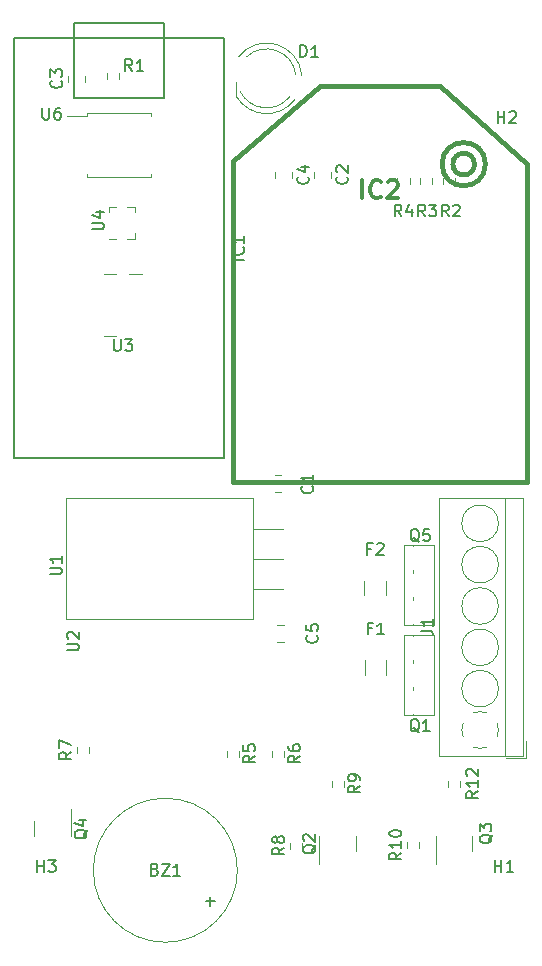
<source format=gto>
%TF.GenerationSoftware,KiCad,Pcbnew,(6.0.0-0)*%
%TF.CreationDate,2022-03-19T17:52:42-04:00*%
%TF.ProjectId,Bull Space_ Des by Sheenyl Hassan,42756c6c-2053-4706-9163-655f20446573,rev?*%
%TF.SameCoordinates,Original*%
%TF.FileFunction,Legend,Top*%
%TF.FilePolarity,Positive*%
%FSLAX46Y46*%
G04 Gerber Fmt 4.6, Leading zero omitted, Abs format (unit mm)*
G04 Created by KiCad (PCBNEW (6.0.0-0)) date 2022-03-19 17:52:42*
%MOMM*%
%LPD*%
G01*
G04 APERTURE LIST*
%ADD10C,0.150000*%
%ADD11C,0.304800*%
%ADD12C,0.120000*%
%ADD13C,0.381000*%
%ADD14C,0.100000*%
G04 APERTURE END LIST*
D10*
%TO.C,U3*%
X80738095Y-89652380D02*
X80738095Y-90461904D01*
X80785714Y-90557142D01*
X80833333Y-90604761D01*
X80928571Y-90652380D01*
X81119047Y-90652380D01*
X81214285Y-90604761D01*
X81261904Y-90557142D01*
X81309523Y-90461904D01*
X81309523Y-89652380D01*
X81690476Y-89652380D02*
X82309523Y-89652380D01*
X81976190Y-90033333D01*
X82119047Y-90033333D01*
X82214285Y-90080952D01*
X82261904Y-90128571D01*
X82309523Y-90223809D01*
X82309523Y-90461904D01*
X82261904Y-90557142D01*
X82214285Y-90604761D01*
X82119047Y-90652380D01*
X81833333Y-90652380D01*
X81738095Y-90604761D01*
X81690476Y-90557142D01*
%TO.C,U6*%
X74698095Y-70062380D02*
X74698095Y-70871904D01*
X74745714Y-70967142D01*
X74793333Y-71014761D01*
X74888571Y-71062380D01*
X75079047Y-71062380D01*
X75174285Y-71014761D01*
X75221904Y-70967142D01*
X75269523Y-70871904D01*
X75269523Y-70062380D01*
X76174285Y-70062380D02*
X75983809Y-70062380D01*
X75888571Y-70110000D01*
X75840952Y-70157619D01*
X75745714Y-70300476D01*
X75698095Y-70490952D01*
X75698095Y-70871904D01*
X75745714Y-70967142D01*
X75793333Y-71014761D01*
X75888571Y-71062380D01*
X76079047Y-71062380D01*
X76174285Y-71014761D01*
X76221904Y-70967142D01*
X76269523Y-70871904D01*
X76269523Y-70633809D01*
X76221904Y-70538571D01*
X76174285Y-70490952D01*
X76079047Y-70443333D01*
X75888571Y-70443333D01*
X75793333Y-70490952D01*
X75745714Y-70538571D01*
X75698095Y-70633809D01*
%TO.C,C1*%
X97517142Y-102086666D02*
X97564761Y-102134285D01*
X97612380Y-102277142D01*
X97612380Y-102372380D01*
X97564761Y-102515238D01*
X97469523Y-102610476D01*
X97374285Y-102658095D01*
X97183809Y-102705714D01*
X97040952Y-102705714D01*
X96850476Y-102658095D01*
X96755238Y-102610476D01*
X96660000Y-102515238D01*
X96612380Y-102372380D01*
X96612380Y-102277142D01*
X96660000Y-102134285D01*
X96707619Y-102086666D01*
X97612380Y-101134285D02*
X97612380Y-101705714D01*
X97612380Y-101420000D02*
X96612380Y-101420000D01*
X96755238Y-101515238D01*
X96850476Y-101610476D01*
X96898095Y-101705714D01*
%TO.C,C5*%
X97919642Y-114746666D02*
X97967261Y-114794285D01*
X98014880Y-114937142D01*
X98014880Y-115032380D01*
X97967261Y-115175238D01*
X97872023Y-115270476D01*
X97776785Y-115318095D01*
X97586309Y-115365714D01*
X97443452Y-115365714D01*
X97252976Y-115318095D01*
X97157738Y-115270476D01*
X97062500Y-115175238D01*
X97014880Y-115032380D01*
X97014880Y-114937142D01*
X97062500Y-114794285D01*
X97110119Y-114746666D01*
X97014880Y-113841904D02*
X97014880Y-114318095D01*
X97491071Y-114365714D01*
X97443452Y-114318095D01*
X97395833Y-114222857D01*
X97395833Y-113984761D01*
X97443452Y-113889523D01*
X97491071Y-113841904D01*
X97586309Y-113794285D01*
X97824404Y-113794285D01*
X97919642Y-113841904D01*
X97967261Y-113889523D01*
X98014880Y-113984761D01*
X98014880Y-114222857D01*
X97967261Y-114318095D01*
X97919642Y-114365714D01*
%TO.C,U1*%
X75312380Y-109571904D02*
X76121904Y-109571904D01*
X76217142Y-109524285D01*
X76264761Y-109476666D01*
X76312380Y-109381428D01*
X76312380Y-109190952D01*
X76264761Y-109095714D01*
X76217142Y-109048095D01*
X76121904Y-109000476D01*
X75312380Y-109000476D01*
X76312380Y-108000476D02*
X76312380Y-108571904D01*
X76312380Y-108286190D02*
X75312380Y-108286190D01*
X75455238Y-108381428D01*
X75550476Y-108476666D01*
X75598095Y-108571904D01*
%TO.C,R1*%
X82293333Y-66962380D02*
X81960000Y-66486190D01*
X81721904Y-66962380D02*
X81721904Y-65962380D01*
X82102857Y-65962380D01*
X82198095Y-66010000D01*
X82245714Y-66057619D01*
X82293333Y-66152857D01*
X82293333Y-66295714D01*
X82245714Y-66390952D01*
X82198095Y-66438571D01*
X82102857Y-66486190D01*
X81721904Y-66486190D01*
X83245714Y-66962380D02*
X82674285Y-66962380D01*
X82960000Y-66962380D02*
X82960000Y-65962380D01*
X82864761Y-66105238D01*
X82769523Y-66200476D01*
X82674285Y-66248095D01*
D11*
%TO.C,IC2*%
X101762285Y-77729428D02*
X101762285Y-76205428D01*
X103358857Y-77584285D02*
X103286285Y-77656857D01*
X103068571Y-77729428D01*
X102923428Y-77729428D01*
X102705714Y-77656857D01*
X102560571Y-77511714D01*
X102488000Y-77366571D01*
X102415428Y-77076285D01*
X102415428Y-76858571D01*
X102488000Y-76568285D01*
X102560571Y-76423142D01*
X102705714Y-76278000D01*
X102923428Y-76205428D01*
X103068571Y-76205428D01*
X103286285Y-76278000D01*
X103358857Y-76350571D01*
X103939428Y-76350571D02*
X104012000Y-76278000D01*
X104157142Y-76205428D01*
X104520000Y-76205428D01*
X104665142Y-76278000D01*
X104737714Y-76350571D01*
X104810285Y-76495714D01*
X104810285Y-76640857D01*
X104737714Y-76858571D01*
X103866857Y-77729428D01*
X104810285Y-77729428D01*
D10*
%TO.C,U4*%
X78912380Y-80371904D02*
X79721904Y-80371904D01*
X79817142Y-80324285D01*
X79864761Y-80276666D01*
X79912380Y-80181428D01*
X79912380Y-79990952D01*
X79864761Y-79895714D01*
X79817142Y-79848095D01*
X79721904Y-79800476D01*
X78912380Y-79800476D01*
X79245714Y-78895714D02*
X79912380Y-78895714D01*
X78864761Y-79133809D02*
X79579047Y-79371904D01*
X79579047Y-78752857D01*
%TO.C,H2*%
X113238095Y-71364380D02*
X113238095Y-70364380D01*
X113238095Y-70840571D02*
X113809523Y-70840571D01*
X113809523Y-71364380D02*
X113809523Y-70364380D01*
X114238095Y-70459619D02*
X114285714Y-70412000D01*
X114380952Y-70364380D01*
X114619047Y-70364380D01*
X114714285Y-70412000D01*
X114761904Y-70459619D01*
X114809523Y-70554857D01*
X114809523Y-70650095D01*
X114761904Y-70792952D01*
X114190476Y-71364380D01*
X114809523Y-71364380D01*
%TO.C,IC1*%
X91772380Y-82936190D02*
X90772380Y-82936190D01*
X91677142Y-81888571D02*
X91724761Y-81936190D01*
X91772380Y-82079047D01*
X91772380Y-82174285D01*
X91724761Y-82317142D01*
X91629523Y-82412380D01*
X91534285Y-82460000D01*
X91343809Y-82507619D01*
X91200952Y-82507619D01*
X91010476Y-82460000D01*
X90915238Y-82412380D01*
X90820000Y-82317142D01*
X90772380Y-82174285D01*
X90772380Y-82079047D01*
X90820000Y-81936190D01*
X90867619Y-81888571D01*
X91772380Y-80936190D02*
X91772380Y-81507619D01*
X91772380Y-81221904D02*
X90772380Y-81221904D01*
X90915238Y-81317142D01*
X91010476Y-81412380D01*
X91058095Y-81507619D01*
%TO.C,R4*%
X105093333Y-79262380D02*
X104760000Y-78786190D01*
X104521904Y-79262380D02*
X104521904Y-78262380D01*
X104902857Y-78262380D01*
X104998095Y-78310000D01*
X105045714Y-78357619D01*
X105093333Y-78452857D01*
X105093333Y-78595714D01*
X105045714Y-78690952D01*
X104998095Y-78738571D01*
X104902857Y-78786190D01*
X104521904Y-78786190D01*
X105950476Y-78595714D02*
X105950476Y-79262380D01*
X105712380Y-78214761D02*
X105474285Y-78929047D01*
X106093333Y-78929047D01*
%TO.C,U2*%
X76782380Y-116011904D02*
X77591904Y-116011904D01*
X77687142Y-115964285D01*
X77734761Y-115916666D01*
X77782380Y-115821428D01*
X77782380Y-115630952D01*
X77734761Y-115535714D01*
X77687142Y-115488095D01*
X77591904Y-115440476D01*
X76782380Y-115440476D01*
X76877619Y-115011904D02*
X76830000Y-114964285D01*
X76782380Y-114869047D01*
X76782380Y-114630952D01*
X76830000Y-114535714D01*
X76877619Y-114488095D01*
X76972857Y-114440476D01*
X77068095Y-114440476D01*
X77210952Y-114488095D01*
X77782380Y-115059523D01*
X77782380Y-114440476D01*
%TO.C,R6*%
X96502380Y-124926666D02*
X96026190Y-125260000D01*
X96502380Y-125498095D02*
X95502380Y-125498095D01*
X95502380Y-125117142D01*
X95550000Y-125021904D01*
X95597619Y-124974285D01*
X95692857Y-124926666D01*
X95835714Y-124926666D01*
X95930952Y-124974285D01*
X95978571Y-125021904D01*
X96026190Y-125117142D01*
X96026190Y-125498095D01*
X95502380Y-124069523D02*
X95502380Y-124260000D01*
X95550000Y-124355238D01*
X95597619Y-124402857D01*
X95740476Y-124498095D01*
X95930952Y-124545714D01*
X96311904Y-124545714D01*
X96407142Y-124498095D01*
X96454761Y-124450476D01*
X96502380Y-124355238D01*
X96502380Y-124164761D01*
X96454761Y-124069523D01*
X96407142Y-124021904D01*
X96311904Y-123974285D01*
X96073809Y-123974285D01*
X95978571Y-124021904D01*
X95930952Y-124069523D01*
X95883333Y-124164761D01*
X95883333Y-124355238D01*
X95930952Y-124450476D01*
X95978571Y-124498095D01*
X96073809Y-124545714D01*
%TO.C,C2*%
X100467142Y-75904666D02*
X100514761Y-75952285D01*
X100562380Y-76095142D01*
X100562380Y-76190380D01*
X100514761Y-76333238D01*
X100419523Y-76428476D01*
X100324285Y-76476095D01*
X100133809Y-76523714D01*
X99990952Y-76523714D01*
X99800476Y-76476095D01*
X99705238Y-76428476D01*
X99610000Y-76333238D01*
X99562380Y-76190380D01*
X99562380Y-76095142D01*
X99610000Y-75952285D01*
X99657619Y-75904666D01*
X99657619Y-75523714D02*
X99610000Y-75476095D01*
X99562380Y-75380857D01*
X99562380Y-75142761D01*
X99610000Y-75047523D01*
X99657619Y-74999904D01*
X99752857Y-74952285D01*
X99848095Y-74952285D01*
X99990952Y-74999904D01*
X100562380Y-75571333D01*
X100562380Y-74952285D01*
%TO.C,F1*%
X102576666Y-114126071D02*
X102243333Y-114126071D01*
X102243333Y-114649880D02*
X102243333Y-113649880D01*
X102719523Y-113649880D01*
X103624285Y-114649880D02*
X103052857Y-114649880D01*
X103338571Y-114649880D02*
X103338571Y-113649880D01*
X103243333Y-113792738D01*
X103148095Y-113887976D01*
X103052857Y-113935595D01*
%TO.C,C4*%
X97165142Y-75904666D02*
X97212761Y-75952285D01*
X97260380Y-76095142D01*
X97260380Y-76190380D01*
X97212761Y-76333238D01*
X97117523Y-76428476D01*
X97022285Y-76476095D01*
X96831809Y-76523714D01*
X96688952Y-76523714D01*
X96498476Y-76476095D01*
X96403238Y-76428476D01*
X96308000Y-76333238D01*
X96260380Y-76190380D01*
X96260380Y-76095142D01*
X96308000Y-75952285D01*
X96355619Y-75904666D01*
X96593714Y-75047523D02*
X97260380Y-75047523D01*
X96212761Y-75285619D02*
X96927047Y-75523714D01*
X96927047Y-74904666D01*
%TO.C,Q1*%
X106584761Y-122947619D02*
X106489523Y-122900000D01*
X106394285Y-122804761D01*
X106251428Y-122661904D01*
X106156190Y-122614285D01*
X106060952Y-122614285D01*
X106108571Y-122852380D02*
X106013333Y-122804761D01*
X105918095Y-122709523D01*
X105870476Y-122519047D01*
X105870476Y-122185714D01*
X105918095Y-121995238D01*
X106013333Y-121900000D01*
X106108571Y-121852380D01*
X106299047Y-121852380D01*
X106394285Y-121900000D01*
X106489523Y-121995238D01*
X106537142Y-122185714D01*
X106537142Y-122519047D01*
X106489523Y-122709523D01*
X106394285Y-122804761D01*
X106299047Y-122852380D01*
X106108571Y-122852380D01*
X107489523Y-122852380D02*
X106918095Y-122852380D01*
X107203809Y-122852380D02*
X107203809Y-121852380D01*
X107108571Y-121995238D01*
X107013333Y-122090476D01*
X106918095Y-122138095D01*
%TO.C,Q4*%
X78517619Y-131205238D02*
X78470000Y-131300476D01*
X78374761Y-131395714D01*
X78231904Y-131538571D01*
X78184285Y-131633809D01*
X78184285Y-131729047D01*
X78422380Y-131681428D02*
X78374761Y-131776666D01*
X78279523Y-131871904D01*
X78089047Y-131919523D01*
X77755714Y-131919523D01*
X77565238Y-131871904D01*
X77470000Y-131776666D01*
X77422380Y-131681428D01*
X77422380Y-131490952D01*
X77470000Y-131395714D01*
X77565238Y-131300476D01*
X77755714Y-131252857D01*
X78089047Y-131252857D01*
X78279523Y-131300476D01*
X78374761Y-131395714D01*
X78422380Y-131490952D01*
X78422380Y-131681428D01*
X77755714Y-130395714D02*
X78422380Y-130395714D01*
X77374761Y-130633809D02*
X78089047Y-130871904D01*
X78089047Y-130252857D01*
%TO.C,Q5*%
X106584761Y-106827619D02*
X106489523Y-106780000D01*
X106394285Y-106684761D01*
X106251428Y-106541904D01*
X106156190Y-106494285D01*
X106060952Y-106494285D01*
X106108571Y-106732380D02*
X106013333Y-106684761D01*
X105918095Y-106589523D01*
X105870476Y-106399047D01*
X105870476Y-106065714D01*
X105918095Y-105875238D01*
X106013333Y-105780000D01*
X106108571Y-105732380D01*
X106299047Y-105732380D01*
X106394285Y-105780000D01*
X106489523Y-105875238D01*
X106537142Y-106065714D01*
X106537142Y-106399047D01*
X106489523Y-106589523D01*
X106394285Y-106684761D01*
X106299047Y-106732380D01*
X106108571Y-106732380D01*
X107441904Y-105732380D02*
X106965714Y-105732380D01*
X106918095Y-106208571D01*
X106965714Y-106160952D01*
X107060952Y-106113333D01*
X107299047Y-106113333D01*
X107394285Y-106160952D01*
X107441904Y-106208571D01*
X107489523Y-106303809D01*
X107489523Y-106541904D01*
X107441904Y-106637142D01*
X107394285Y-106684761D01*
X107299047Y-106732380D01*
X107060952Y-106732380D01*
X106965714Y-106684761D01*
X106918095Y-106637142D01*
%TO.C,H3*%
X74238095Y-134752380D02*
X74238095Y-133752380D01*
X74238095Y-134228571D02*
X74809523Y-134228571D01*
X74809523Y-134752380D02*
X74809523Y-133752380D01*
X75190476Y-133752380D02*
X75809523Y-133752380D01*
X75476190Y-134133333D01*
X75619047Y-134133333D01*
X75714285Y-134180952D01*
X75761904Y-134228571D01*
X75809523Y-134323809D01*
X75809523Y-134561904D01*
X75761904Y-134657142D01*
X75714285Y-134704761D01*
X75619047Y-134752380D01*
X75333333Y-134752380D01*
X75238095Y-134704761D01*
X75190476Y-134657142D01*
%TO.C,C3*%
X76279142Y-67776666D02*
X76326761Y-67824285D01*
X76374380Y-67967142D01*
X76374380Y-68062380D01*
X76326761Y-68205238D01*
X76231523Y-68300476D01*
X76136285Y-68348095D01*
X75945809Y-68395714D01*
X75802952Y-68395714D01*
X75612476Y-68348095D01*
X75517238Y-68300476D01*
X75422000Y-68205238D01*
X75374380Y-68062380D01*
X75374380Y-67967142D01*
X75422000Y-67824285D01*
X75469619Y-67776666D01*
X75374380Y-67443333D02*
X75374380Y-66824285D01*
X75755333Y-67157619D01*
X75755333Y-67014761D01*
X75802952Y-66919523D01*
X75850571Y-66871904D01*
X75945809Y-66824285D01*
X76183904Y-66824285D01*
X76279142Y-66871904D01*
X76326761Y-66919523D01*
X76374380Y-67014761D01*
X76374380Y-67300476D01*
X76326761Y-67395714D01*
X76279142Y-67443333D01*
%TO.C,R5*%
X92692380Y-124926666D02*
X92216190Y-125260000D01*
X92692380Y-125498095D02*
X91692380Y-125498095D01*
X91692380Y-125117142D01*
X91740000Y-125021904D01*
X91787619Y-124974285D01*
X91882857Y-124926666D01*
X92025714Y-124926666D01*
X92120952Y-124974285D01*
X92168571Y-125021904D01*
X92216190Y-125117142D01*
X92216190Y-125498095D01*
X91692380Y-124021904D02*
X91692380Y-124498095D01*
X92168571Y-124545714D01*
X92120952Y-124498095D01*
X92073333Y-124402857D01*
X92073333Y-124164761D01*
X92120952Y-124069523D01*
X92168571Y-124021904D01*
X92263809Y-123974285D01*
X92501904Y-123974285D01*
X92597142Y-124021904D01*
X92644761Y-124069523D01*
X92692380Y-124164761D01*
X92692380Y-124402857D01*
X92644761Y-124498095D01*
X92597142Y-124545714D01*
%TO.C,J1*%
X106742380Y-114333333D02*
X107456666Y-114333333D01*
X107599523Y-114380952D01*
X107694761Y-114476190D01*
X107742380Y-114619047D01*
X107742380Y-114714285D01*
X107742380Y-113333333D02*
X107742380Y-113904761D01*
X107742380Y-113619047D02*
X106742380Y-113619047D01*
X106885238Y-113714285D01*
X106980476Y-113809523D01*
X107028095Y-113904761D01*
%TO.C,BZ1*%
X84219047Y-134548571D02*
X84361904Y-134596190D01*
X84409523Y-134643809D01*
X84457142Y-134739047D01*
X84457142Y-134881904D01*
X84409523Y-134977142D01*
X84361904Y-135024761D01*
X84266666Y-135072380D01*
X83885714Y-135072380D01*
X83885714Y-134072380D01*
X84219047Y-134072380D01*
X84314285Y-134120000D01*
X84361904Y-134167619D01*
X84409523Y-134262857D01*
X84409523Y-134358095D01*
X84361904Y-134453333D01*
X84314285Y-134500952D01*
X84219047Y-134548571D01*
X83885714Y-134548571D01*
X84790476Y-134072380D02*
X85457142Y-134072380D01*
X84790476Y-135072380D01*
X85457142Y-135072380D01*
X86361904Y-135072380D02*
X85790476Y-135072380D01*
X86076190Y-135072380D02*
X86076190Y-134072380D01*
X85980952Y-134215238D01*
X85885714Y-134310476D01*
X85790476Y-134358095D01*
X88529047Y-137231428D02*
X89290952Y-137231428D01*
X88910000Y-137612380D02*
X88910000Y-136850476D01*
%TO.C,R12*%
X111582380Y-127942857D02*
X111106190Y-128276190D01*
X111582380Y-128514285D02*
X110582380Y-128514285D01*
X110582380Y-128133333D01*
X110630000Y-128038095D01*
X110677619Y-127990476D01*
X110772857Y-127942857D01*
X110915714Y-127942857D01*
X111010952Y-127990476D01*
X111058571Y-128038095D01*
X111106190Y-128133333D01*
X111106190Y-128514285D01*
X111582380Y-126990476D02*
X111582380Y-127561904D01*
X111582380Y-127276190D02*
X110582380Y-127276190D01*
X110725238Y-127371428D01*
X110820476Y-127466666D01*
X110868095Y-127561904D01*
X110677619Y-126609523D02*
X110630000Y-126561904D01*
X110582380Y-126466666D01*
X110582380Y-126228571D01*
X110630000Y-126133333D01*
X110677619Y-126085714D01*
X110772857Y-126038095D01*
X110868095Y-126038095D01*
X111010952Y-126085714D01*
X111582380Y-126657142D01*
X111582380Y-126038095D01*
%TO.C,R7*%
X77132380Y-124626666D02*
X76656190Y-124960000D01*
X77132380Y-125198095D02*
X76132380Y-125198095D01*
X76132380Y-124817142D01*
X76180000Y-124721904D01*
X76227619Y-124674285D01*
X76322857Y-124626666D01*
X76465714Y-124626666D01*
X76560952Y-124674285D01*
X76608571Y-124721904D01*
X76656190Y-124817142D01*
X76656190Y-125198095D01*
X76132380Y-124293333D02*
X76132380Y-123626666D01*
X77132380Y-124055238D01*
%TO.C,Q3*%
X112807619Y-131605238D02*
X112760000Y-131700476D01*
X112664761Y-131795714D01*
X112521904Y-131938571D01*
X112474285Y-132033809D01*
X112474285Y-132129047D01*
X112712380Y-132081428D02*
X112664761Y-132176666D01*
X112569523Y-132271904D01*
X112379047Y-132319523D01*
X112045714Y-132319523D01*
X111855238Y-132271904D01*
X111760000Y-132176666D01*
X111712380Y-132081428D01*
X111712380Y-131890952D01*
X111760000Y-131795714D01*
X111855238Y-131700476D01*
X112045714Y-131652857D01*
X112379047Y-131652857D01*
X112569523Y-131700476D01*
X112664761Y-131795714D01*
X112712380Y-131890952D01*
X112712380Y-132081428D01*
X111712380Y-131319523D02*
X111712380Y-130700476D01*
X112093333Y-131033809D01*
X112093333Y-130890952D01*
X112140952Y-130795714D01*
X112188571Y-130748095D01*
X112283809Y-130700476D01*
X112521904Y-130700476D01*
X112617142Y-130748095D01*
X112664761Y-130795714D01*
X112712380Y-130890952D01*
X112712380Y-131176666D01*
X112664761Y-131271904D01*
X112617142Y-131319523D01*
%TO.C,R8*%
X95166380Y-132697166D02*
X94690190Y-133030500D01*
X95166380Y-133268595D02*
X94166380Y-133268595D01*
X94166380Y-132887642D01*
X94214000Y-132792404D01*
X94261619Y-132744785D01*
X94356857Y-132697166D01*
X94499714Y-132697166D01*
X94594952Y-132744785D01*
X94642571Y-132792404D01*
X94690190Y-132887642D01*
X94690190Y-133268595D01*
X94594952Y-132125738D02*
X94547333Y-132220976D01*
X94499714Y-132268595D01*
X94404476Y-132316214D01*
X94356857Y-132316214D01*
X94261619Y-132268595D01*
X94214000Y-132220976D01*
X94166380Y-132125738D01*
X94166380Y-131935261D01*
X94214000Y-131840023D01*
X94261619Y-131792404D01*
X94356857Y-131744785D01*
X94404476Y-131744785D01*
X94499714Y-131792404D01*
X94547333Y-131840023D01*
X94594952Y-131935261D01*
X94594952Y-132125738D01*
X94642571Y-132220976D01*
X94690190Y-132268595D01*
X94785428Y-132316214D01*
X94975904Y-132316214D01*
X95071142Y-132268595D01*
X95118761Y-132220976D01*
X95166380Y-132125738D01*
X95166380Y-131935261D01*
X95118761Y-131840023D01*
X95071142Y-131792404D01*
X94975904Y-131744785D01*
X94785428Y-131744785D01*
X94690190Y-131792404D01*
X94642571Y-131840023D01*
X94594952Y-131935261D01*
%TO.C,R2*%
X109093333Y-79262380D02*
X108760000Y-78786190D01*
X108521904Y-79262380D02*
X108521904Y-78262380D01*
X108902857Y-78262380D01*
X108998095Y-78310000D01*
X109045714Y-78357619D01*
X109093333Y-78452857D01*
X109093333Y-78595714D01*
X109045714Y-78690952D01*
X108998095Y-78738571D01*
X108902857Y-78786190D01*
X108521904Y-78786190D01*
X109474285Y-78357619D02*
X109521904Y-78310000D01*
X109617142Y-78262380D01*
X109855238Y-78262380D01*
X109950476Y-78310000D01*
X109998095Y-78357619D01*
X110045714Y-78452857D01*
X110045714Y-78548095D01*
X109998095Y-78690952D01*
X109426666Y-79262380D01*
X110045714Y-79262380D01*
%TO.C,D1*%
X96521904Y-65762380D02*
X96521904Y-64762380D01*
X96760000Y-64762380D01*
X96902857Y-64810000D01*
X96998095Y-64905238D01*
X97045714Y-65000476D01*
X97093333Y-65190952D01*
X97093333Y-65333809D01*
X97045714Y-65524285D01*
X96998095Y-65619523D01*
X96902857Y-65714761D01*
X96760000Y-65762380D01*
X96521904Y-65762380D01*
X98045714Y-65762380D02*
X97474285Y-65762380D01*
X97760000Y-65762380D02*
X97760000Y-64762380D01*
X97664761Y-64905238D01*
X97569523Y-65000476D01*
X97474285Y-65048095D01*
%TO.C,R10*%
X105072380Y-133126357D02*
X104596190Y-133459690D01*
X105072380Y-133697785D02*
X104072380Y-133697785D01*
X104072380Y-133316833D01*
X104120000Y-133221595D01*
X104167619Y-133173976D01*
X104262857Y-133126357D01*
X104405714Y-133126357D01*
X104500952Y-133173976D01*
X104548571Y-133221595D01*
X104596190Y-133316833D01*
X104596190Y-133697785D01*
X105072380Y-132173976D02*
X105072380Y-132745404D01*
X105072380Y-132459690D02*
X104072380Y-132459690D01*
X104215238Y-132554928D01*
X104310476Y-132650166D01*
X104358095Y-132745404D01*
X104072380Y-131554928D02*
X104072380Y-131459690D01*
X104120000Y-131364452D01*
X104167619Y-131316833D01*
X104262857Y-131269214D01*
X104453333Y-131221595D01*
X104691428Y-131221595D01*
X104881904Y-131269214D01*
X104977142Y-131316833D01*
X105024761Y-131364452D01*
X105072380Y-131459690D01*
X105072380Y-131554928D01*
X105024761Y-131650166D01*
X104977142Y-131697785D01*
X104881904Y-131745404D01*
X104691428Y-131793023D01*
X104453333Y-131793023D01*
X104262857Y-131745404D01*
X104167619Y-131697785D01*
X104120000Y-131650166D01*
X104072380Y-131554928D01*
%TO.C,Q2*%
X97847619Y-132475238D02*
X97800000Y-132570476D01*
X97704761Y-132665714D01*
X97561904Y-132808571D01*
X97514285Y-132903809D01*
X97514285Y-132999047D01*
X97752380Y-132951428D02*
X97704761Y-133046666D01*
X97609523Y-133141904D01*
X97419047Y-133189523D01*
X97085714Y-133189523D01*
X96895238Y-133141904D01*
X96800000Y-133046666D01*
X96752380Y-132951428D01*
X96752380Y-132760952D01*
X96800000Y-132665714D01*
X96895238Y-132570476D01*
X97085714Y-132522857D01*
X97419047Y-132522857D01*
X97609523Y-132570476D01*
X97704761Y-132665714D01*
X97752380Y-132760952D01*
X97752380Y-132951428D01*
X96847619Y-132141904D02*
X96800000Y-132094285D01*
X96752380Y-131999047D01*
X96752380Y-131760952D01*
X96800000Y-131665714D01*
X96847619Y-131618095D01*
X96942857Y-131570476D01*
X97038095Y-131570476D01*
X97180952Y-131618095D01*
X97752380Y-132189523D01*
X97752380Y-131570476D01*
%TO.C,R9*%
X101582380Y-127466666D02*
X101106190Y-127800000D01*
X101582380Y-128038095D02*
X100582380Y-128038095D01*
X100582380Y-127657142D01*
X100630000Y-127561904D01*
X100677619Y-127514285D01*
X100772857Y-127466666D01*
X100915714Y-127466666D01*
X101010952Y-127514285D01*
X101058571Y-127561904D01*
X101106190Y-127657142D01*
X101106190Y-128038095D01*
X101582380Y-126990476D02*
X101582380Y-126800000D01*
X101534761Y-126704761D01*
X101487142Y-126657142D01*
X101344285Y-126561904D01*
X101153809Y-126514285D01*
X100772857Y-126514285D01*
X100677619Y-126561904D01*
X100630000Y-126609523D01*
X100582380Y-126704761D01*
X100582380Y-126895238D01*
X100630000Y-126990476D01*
X100677619Y-127038095D01*
X100772857Y-127085714D01*
X101010952Y-127085714D01*
X101106190Y-127038095D01*
X101153809Y-126990476D01*
X101201428Y-126895238D01*
X101201428Y-126704761D01*
X101153809Y-126609523D01*
X101106190Y-126561904D01*
X101010952Y-126514285D01*
%TO.C,R3*%
X107093333Y-79262380D02*
X106760000Y-78786190D01*
X106521904Y-79262380D02*
X106521904Y-78262380D01*
X106902857Y-78262380D01*
X106998095Y-78310000D01*
X107045714Y-78357619D01*
X107093333Y-78452857D01*
X107093333Y-78595714D01*
X107045714Y-78690952D01*
X106998095Y-78738571D01*
X106902857Y-78786190D01*
X106521904Y-78786190D01*
X107426666Y-78262380D02*
X108045714Y-78262380D01*
X107712380Y-78643333D01*
X107855238Y-78643333D01*
X107950476Y-78690952D01*
X107998095Y-78738571D01*
X108045714Y-78833809D01*
X108045714Y-79071904D01*
X107998095Y-79167142D01*
X107950476Y-79214761D01*
X107855238Y-79262380D01*
X107569523Y-79262380D01*
X107474285Y-79214761D01*
X107426666Y-79167142D01*
%TO.C,H1*%
X112988095Y-134752380D02*
X112988095Y-133752380D01*
X112988095Y-134228571D02*
X113559523Y-134228571D01*
X113559523Y-134752380D02*
X113559523Y-133752380D01*
X114559523Y-134752380D02*
X113988095Y-134752380D01*
X114273809Y-134752380D02*
X114273809Y-133752380D01*
X114178571Y-133895238D01*
X114083333Y-133990476D01*
X113988095Y-134038095D01*
%TO.C,F2*%
X102536666Y-107388571D02*
X102203333Y-107388571D01*
X102203333Y-107912380D02*
X102203333Y-106912380D01*
X102679523Y-106912380D01*
X103012857Y-107007619D02*
X103060476Y-106960000D01*
X103155714Y-106912380D01*
X103393809Y-106912380D01*
X103489047Y-106960000D01*
X103536666Y-107007619D01*
X103584285Y-107102857D01*
X103584285Y-107198095D01*
X103536666Y-107340952D01*
X102965238Y-107912380D01*
X103584285Y-107912380D01*
D12*
%TO.C,U3*%
X80940000Y-84140000D02*
X79890000Y-84140000D01*
X82060000Y-84140000D02*
X83110000Y-84140000D01*
X80940000Y-89360000D02*
X79890000Y-89360000D01*
%TO.C,U6*%
X83883000Y-75923000D02*
X83883000Y-75663000D01*
X81158000Y-70473000D02*
X83883000Y-70473000D01*
X81158000Y-70473000D02*
X78433000Y-70473000D01*
X83883000Y-70473000D02*
X83883000Y-70733000D01*
X78433000Y-70473000D02*
X78433000Y-70733000D01*
X78433000Y-75923000D02*
X78433000Y-75663000D01*
X78433000Y-70733000D02*
X76758000Y-70733000D01*
X81158000Y-75923000D02*
X83883000Y-75923000D01*
X81158000Y-75923000D02*
X78433000Y-75923000D01*
%TO.C,C1*%
X94881252Y-101165000D02*
X94358748Y-101165000D01*
X94881252Y-102635000D02*
X94358748Y-102635000D01*
%TO.C,C5*%
X95113752Y-113865000D02*
X94591248Y-113865000D01*
X95113752Y-115335000D02*
X94591248Y-115335000D01*
%TO.C,U1*%
X92540000Y-108250000D02*
X95080000Y-108250000D01*
X92540000Y-110790000D02*
X95080000Y-110790000D01*
X92540000Y-113370000D02*
X92540000Y-103130000D01*
X76650000Y-113370000D02*
X92540000Y-113370000D01*
X92540000Y-105710000D02*
X95080000Y-105710000D01*
X76650000Y-103130000D02*
X92540000Y-103130000D01*
X76650000Y-113370000D02*
X76650000Y-103130000D01*
%TO.C,R1*%
X80127500Y-67101276D02*
X80127500Y-67610724D01*
X81172500Y-67101276D02*
X81172500Y-67610724D01*
D13*
%TO.C,IC2*%
X93090000Y-101764000D02*
X90804000Y-101764000D01*
X115696000Y-98970000D02*
X115696000Y-100748000D01*
X115696000Y-74840000D02*
X115696000Y-98970000D01*
X115696000Y-100748000D02*
X115696000Y-101764000D01*
X93090000Y-101764000D02*
X114680000Y-101764000D01*
X114680000Y-101764000D02*
X115696000Y-101764000D01*
X90804000Y-98970000D02*
X90804000Y-74586000D01*
X90804000Y-98970000D02*
X90804000Y-100748000D01*
X90804000Y-100748000D02*
X90804000Y-101764000D01*
X90804000Y-74586000D02*
X98170000Y-68236000D01*
X108330000Y-68236000D02*
X115696000Y-74840000D01*
X98170000Y-68236000D02*
X108330000Y-68236000D01*
X111277810Y-74840000D02*
G75*
G03*
X111277810Y-74840000I-915810J0D01*
G01*
X112193620Y-74840000D02*
G75*
G03*
X112193620Y-74840000I-1831620J0D01*
G01*
D14*
%TO.C,U4*%
X82512000Y-78932000D02*
X82512000Y-78452000D01*
X80952000Y-81152000D02*
X80312000Y-81152000D01*
X82512000Y-81152000D02*
X81872000Y-81152000D01*
X80312000Y-78932000D02*
X80312000Y-78452000D01*
X82512000Y-81152000D02*
X82512000Y-80672000D01*
X80952000Y-78452000D02*
X80312000Y-78452000D01*
X82512000Y-78452000D02*
X81872000Y-78452000D01*
D10*
%TO.C,IC1*%
X72270000Y-99740000D02*
X72270000Y-64180000D01*
X90050000Y-64180000D02*
X90050000Y-99740000D01*
X77350000Y-64180000D02*
X77350000Y-62910000D01*
X84970000Y-62910000D02*
X84970000Y-64180000D01*
X90050000Y-99740000D02*
X72270000Y-99740000D01*
X72270000Y-64180000D02*
X90050000Y-64180000D01*
X77350000Y-62910000D02*
X84970000Y-62910000D01*
X77350000Y-69260000D02*
X84970000Y-69260000D01*
X77350000Y-69260000D02*
X77350000Y-64180000D01*
X84970000Y-69260000D02*
X84970000Y-64180000D01*
D12*
%TO.C,R4*%
X105782500Y-75991276D02*
X105782500Y-76500724D01*
X104737500Y-75991276D02*
X104737500Y-76500724D01*
%TO.C,R6*%
X95142500Y-124505276D02*
X95142500Y-125014724D01*
X94097500Y-124505276D02*
X94097500Y-125014724D01*
%TO.C,C2*%
X99165000Y-75476748D02*
X99165000Y-75999252D01*
X97695000Y-75476748D02*
X97695000Y-75999252D01*
%TO.C,F1*%
X102000000Y-116857936D02*
X102000000Y-118062064D01*
X103820000Y-116857936D02*
X103820000Y-118062064D01*
%TO.C,C4*%
X95863000Y-75476748D02*
X95863000Y-75999252D01*
X94393000Y-75476748D02*
X94393000Y-75999252D01*
%TO.C,Q1*%
X106029000Y-119391000D02*
X106029000Y-119118000D01*
X105290000Y-121520000D02*
X107830000Y-121520000D01*
X105290000Y-114700000D02*
X107830000Y-114700000D01*
X105290000Y-121520000D02*
X105290000Y-114700000D01*
X106029000Y-117101000D02*
X106029000Y-116828000D01*
X106029000Y-114811000D02*
X106029000Y-114700000D01*
X107830000Y-121520000D02*
X107830000Y-114700000D01*
X106029000Y-121520000D02*
X106029000Y-121409000D01*
%TO.C,Q4*%
X77130000Y-131110000D02*
X77130000Y-129435000D01*
X74010000Y-131110000D02*
X74010000Y-131760000D01*
X74010000Y-131110000D02*
X74010000Y-130460000D01*
X77130000Y-131110000D02*
X77130000Y-131760000D01*
%TO.C,Q5*%
X105290000Y-113900000D02*
X105290000Y-107080000D01*
X107830000Y-113900000D02*
X107830000Y-107080000D01*
X106029000Y-109481000D02*
X106029000Y-109208000D01*
X105290000Y-107080000D02*
X107830000Y-107080000D01*
X106029000Y-113900000D02*
X106029000Y-113789000D01*
X106029000Y-107191000D02*
X106029000Y-107080000D01*
X105290000Y-113900000D02*
X107830000Y-113900000D01*
X106029000Y-111771000D02*
X106029000Y-111498000D01*
%TO.C,C3*%
X78337000Y-67871252D02*
X78337000Y-67348748D01*
X76867000Y-67871252D02*
X76867000Y-67348748D01*
%TO.C,R5*%
X91332500Y-124505276D02*
X91332500Y-125014724D01*
X90287500Y-124505276D02*
X90287500Y-125014724D01*
%TO.C,J1*%
X108290000Y-124910000D02*
X115410000Y-124910000D01*
X113910000Y-125150000D02*
X115650000Y-125150000D01*
X108290000Y-124910000D02*
X108290000Y-103090000D01*
X115650000Y-125150000D02*
X115650000Y-123650000D01*
X113850000Y-124910000D02*
X113850000Y-103090000D01*
X108290000Y-103090000D02*
X115410000Y-103090000D01*
X115410000Y-124910000D02*
X115410000Y-103090000D01*
X113182000Y-123358000D02*
G75*
G03*
X113305493Y-122722989I-1431988J607998D01*
G01*
X112358000Y-121318000D02*
G75*
G03*
X111142258Y-121317891I-607999J-1432003D01*
G01*
X111142000Y-124182000D02*
G75*
G03*
X112357742Y-124182109I607999J1432003D01*
G01*
X113305000Y-122750000D02*
G75*
G03*
X113181385Y-122142413I-1554997J1D01*
G01*
X110318000Y-122142000D02*
G75*
G03*
X110317891Y-123357742I1432003J-607999D01*
G01*
X113305000Y-112250000D02*
G75*
G03*
X113305000Y-112250000I-1555000J0D01*
G01*
X113305000Y-108750000D02*
G75*
G03*
X113305000Y-108750000I-1555000J0D01*
G01*
X113305000Y-119250000D02*
G75*
G03*
X113305000Y-119250000I-1555000J0D01*
G01*
X113305000Y-105250000D02*
G75*
G03*
X113305000Y-105250000I-1555000J0D01*
G01*
X113305000Y-115750000D02*
G75*
G03*
X113305000Y-115750000I-1555000J0D01*
G01*
%TO.C,BZ1*%
X91200000Y-134620000D02*
G75*
G03*
X91200000Y-134620000I-6100000J0D01*
G01*
%TO.C,R12*%
X109017500Y-127045276D02*
X109017500Y-127554724D01*
X110062500Y-127045276D02*
X110062500Y-127554724D01*
%TO.C,R7*%
X78632500Y-124714724D02*
X78632500Y-124205276D01*
X77587500Y-124714724D02*
X77587500Y-124205276D01*
%TO.C,Q3*%
X111100000Y-132380000D02*
X111100000Y-133030000D01*
X107980000Y-132380000D02*
X107980000Y-134055000D01*
X107980000Y-132380000D02*
X107980000Y-131730000D01*
X111100000Y-132380000D02*
X111100000Y-131730000D01*
%TO.C,R8*%
X95621500Y-132785224D02*
X95621500Y-132275776D01*
X96666500Y-132785224D02*
X96666500Y-132275776D01*
%TO.C,R2*%
X108575500Y-75991276D02*
X108575500Y-76500724D01*
X109620500Y-75991276D02*
X109620500Y-76500724D01*
%TO.C,D1*%
X91113000Y-67871188D02*
X91113000Y-69117000D01*
X96649836Y-67313784D02*
G75*
G03*
X91288000Y-65772000I-2976836J-258216D01*
G01*
X96153090Y-67285579D02*
G75*
G03*
X91920401Y-65794001I-2480090J-286421D01*
G01*
X91113000Y-69116830D02*
G75*
G03*
X96064334Y-69366887I2560000J1544830D01*
G01*
X91418315Y-68652000D02*
G75*
G03*
X95632086Y-69125056I2254685J1080001D01*
G01*
%TO.C,R10*%
X106572500Y-132738224D02*
X106572500Y-132228776D01*
X105527500Y-132738224D02*
X105527500Y-132228776D01*
%TO.C,Q2*%
X98140000Y-132380000D02*
X98140000Y-131730000D01*
X101260000Y-132380000D02*
X101260000Y-133030000D01*
X98140000Y-132380000D02*
X98140000Y-134055000D01*
X101260000Y-132380000D02*
X101260000Y-131730000D01*
%TO.C,R9*%
X100222500Y-127045276D02*
X100222500Y-127554724D01*
X99177500Y-127045276D02*
X99177500Y-127554724D01*
%TO.C,R3*%
X106637500Y-75991276D02*
X106637500Y-76500724D01*
X107682500Y-75991276D02*
X107682500Y-76500724D01*
%TO.C,F2*%
X103780000Y-111312064D02*
X103780000Y-110107936D01*
X101960000Y-111312064D02*
X101960000Y-110107936D01*
%TD*%
M02*

</source>
